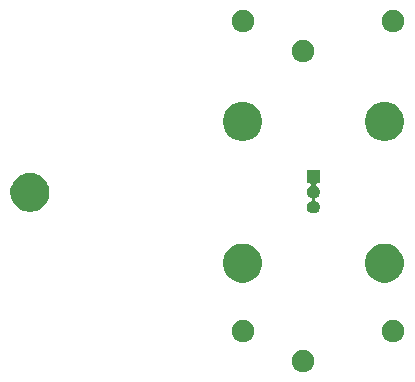
<source format=gbr>
G04 #@! TF.GenerationSoftware,KiCad,Pcbnew,(5.1.0)-1*
G04 #@! TF.CreationDate,2020-03-11T19:31:42+00:00*
G04 #@! TF.ProjectId,Line Generator,4c696e65-2047-4656-9e65-7261746f722e,rev?*
G04 #@! TF.SameCoordinates,Original*
G04 #@! TF.FileFunction,Soldermask,Bot*
G04 #@! TF.FilePolarity,Negative*
%FSLAX46Y46*%
G04 Gerber Fmt 4.6, Leading zero omitted, Abs format (unit mm)*
G04 Created by KiCad (PCBNEW (5.1.0)-1) date 2020-03-11 19:31:42*
%MOMM*%
%LPD*%
G04 APERTURE LIST*
%ADD10C,0.100000*%
G04 APERTURE END LIST*
D10*
G36*
X229407395Y-98375546D02*
G01*
X229580466Y-98447234D01*
X229580467Y-98447235D01*
X229736227Y-98551310D01*
X229868690Y-98683773D01*
X229868691Y-98683775D01*
X229972766Y-98839534D01*
X230044454Y-99012605D01*
X230081000Y-99196333D01*
X230081000Y-99383667D01*
X230044454Y-99567395D01*
X229972766Y-99740466D01*
X229972765Y-99740467D01*
X229868690Y-99896227D01*
X229736227Y-100028690D01*
X229657818Y-100081081D01*
X229580466Y-100132766D01*
X229407395Y-100204454D01*
X229223667Y-100241000D01*
X229036333Y-100241000D01*
X228852605Y-100204454D01*
X228679534Y-100132766D01*
X228602182Y-100081081D01*
X228523773Y-100028690D01*
X228391310Y-99896227D01*
X228287235Y-99740467D01*
X228287234Y-99740466D01*
X228215546Y-99567395D01*
X228179000Y-99383667D01*
X228179000Y-99196333D01*
X228215546Y-99012605D01*
X228287234Y-98839534D01*
X228391309Y-98683775D01*
X228391310Y-98683773D01*
X228523773Y-98551310D01*
X228679533Y-98447235D01*
X228679534Y-98447234D01*
X228852605Y-98375546D01*
X229036333Y-98339000D01*
X229223667Y-98339000D01*
X229407395Y-98375546D01*
X229407395Y-98375546D01*
G37*
G36*
X237027395Y-95835546D02*
G01*
X237200466Y-95907234D01*
X237200467Y-95907235D01*
X237356227Y-96011310D01*
X237488690Y-96143773D01*
X237488691Y-96143775D01*
X237592766Y-96299534D01*
X237664454Y-96472605D01*
X237701000Y-96656333D01*
X237701000Y-96843667D01*
X237664454Y-97027395D01*
X237592766Y-97200466D01*
X237592765Y-97200467D01*
X237488690Y-97356227D01*
X237356227Y-97488690D01*
X237277818Y-97541081D01*
X237200466Y-97592766D01*
X237027395Y-97664454D01*
X236843667Y-97701000D01*
X236656333Y-97701000D01*
X236472605Y-97664454D01*
X236299534Y-97592766D01*
X236222182Y-97541081D01*
X236143773Y-97488690D01*
X236011310Y-97356227D01*
X235907235Y-97200467D01*
X235907234Y-97200466D01*
X235835546Y-97027395D01*
X235799000Y-96843667D01*
X235799000Y-96656333D01*
X235835546Y-96472605D01*
X235907234Y-96299534D01*
X236011309Y-96143775D01*
X236011310Y-96143773D01*
X236143773Y-96011310D01*
X236299533Y-95907235D01*
X236299534Y-95907234D01*
X236472605Y-95835546D01*
X236656333Y-95799000D01*
X236843667Y-95799000D01*
X237027395Y-95835546D01*
X237027395Y-95835546D01*
G37*
G36*
X224327395Y-95835546D02*
G01*
X224500466Y-95907234D01*
X224500467Y-95907235D01*
X224656227Y-96011310D01*
X224788690Y-96143773D01*
X224788691Y-96143775D01*
X224892766Y-96299534D01*
X224964454Y-96472605D01*
X225001000Y-96656333D01*
X225001000Y-96843667D01*
X224964454Y-97027395D01*
X224892766Y-97200466D01*
X224892765Y-97200467D01*
X224788690Y-97356227D01*
X224656227Y-97488690D01*
X224577818Y-97541081D01*
X224500466Y-97592766D01*
X224327395Y-97664454D01*
X224143667Y-97701000D01*
X223956333Y-97701000D01*
X223772605Y-97664454D01*
X223599534Y-97592766D01*
X223522182Y-97541081D01*
X223443773Y-97488690D01*
X223311310Y-97356227D01*
X223207235Y-97200467D01*
X223207234Y-97200466D01*
X223135546Y-97027395D01*
X223099000Y-96843667D01*
X223099000Y-96656333D01*
X223135546Y-96472605D01*
X223207234Y-96299534D01*
X223311309Y-96143775D01*
X223311310Y-96143773D01*
X223443773Y-96011310D01*
X223599533Y-95907235D01*
X223599534Y-95907234D01*
X223772605Y-95835546D01*
X223956333Y-95799000D01*
X224143667Y-95799000D01*
X224327395Y-95835546D01*
X224327395Y-95835546D01*
G37*
G36*
X236375256Y-89391298D02*
G01*
X236481579Y-89412447D01*
X236782042Y-89536903D01*
X237052451Y-89717585D01*
X237282415Y-89947549D01*
X237463097Y-90217958D01*
X237587553Y-90518421D01*
X237651000Y-90837391D01*
X237651000Y-91162609D01*
X237587553Y-91481579D01*
X237463097Y-91782042D01*
X237282415Y-92052451D01*
X237052451Y-92282415D01*
X236782042Y-92463097D01*
X236481579Y-92587553D01*
X236375256Y-92608702D01*
X236162611Y-92651000D01*
X235837389Y-92651000D01*
X235624744Y-92608702D01*
X235518421Y-92587553D01*
X235217958Y-92463097D01*
X234947549Y-92282415D01*
X234717585Y-92052451D01*
X234536903Y-91782042D01*
X234412447Y-91481579D01*
X234349000Y-91162609D01*
X234349000Y-90837391D01*
X234412447Y-90518421D01*
X234536903Y-90217958D01*
X234717585Y-89947549D01*
X234947549Y-89717585D01*
X235217958Y-89536903D01*
X235518421Y-89412447D01*
X235624744Y-89391298D01*
X235837389Y-89349000D01*
X236162611Y-89349000D01*
X236375256Y-89391298D01*
X236375256Y-89391298D01*
G37*
G36*
X224375256Y-89391298D02*
G01*
X224481579Y-89412447D01*
X224782042Y-89536903D01*
X225052451Y-89717585D01*
X225282415Y-89947549D01*
X225463097Y-90217958D01*
X225587553Y-90518421D01*
X225651000Y-90837391D01*
X225651000Y-91162609D01*
X225587553Y-91481579D01*
X225463097Y-91782042D01*
X225282415Y-92052451D01*
X225052451Y-92282415D01*
X224782042Y-92463097D01*
X224481579Y-92587553D01*
X224375256Y-92608702D01*
X224162611Y-92651000D01*
X223837389Y-92651000D01*
X223624744Y-92608702D01*
X223518421Y-92587553D01*
X223217958Y-92463097D01*
X222947549Y-92282415D01*
X222717585Y-92052451D01*
X222536903Y-91782042D01*
X222412447Y-91481579D01*
X222349000Y-91162609D01*
X222349000Y-90837391D01*
X222412447Y-90518421D01*
X222536903Y-90217958D01*
X222717585Y-89947549D01*
X222947549Y-89717585D01*
X223217958Y-89536903D01*
X223518421Y-89412447D01*
X223624744Y-89391298D01*
X223837389Y-89349000D01*
X224162611Y-89349000D01*
X224375256Y-89391298D01*
X224375256Y-89391298D01*
G37*
G36*
X230551000Y-84251000D02*
G01*
X230322735Y-84251000D01*
X230298349Y-84253402D01*
X230274900Y-84260515D01*
X230253289Y-84272066D01*
X230234347Y-84287611D01*
X230218802Y-84306553D01*
X230207251Y-84328164D01*
X230200138Y-84351613D01*
X230197736Y-84375999D01*
X230200138Y-84400385D01*
X230207251Y-84423834D01*
X230218802Y-84445445D01*
X230234347Y-84464387D01*
X230253289Y-84479932D01*
X230263802Y-84486233D01*
X230307600Y-84509644D01*
X230307602Y-84509645D01*
X230307601Y-84509645D01*
X230391501Y-84578499D01*
X230460357Y-84662400D01*
X230496995Y-84730945D01*
X230511521Y-84758121D01*
X230543027Y-84861985D01*
X230553666Y-84970000D01*
X230543027Y-85078015D01*
X230511521Y-85181879D01*
X230511519Y-85181882D01*
X230460357Y-85277600D01*
X230391501Y-85361501D01*
X230307600Y-85430357D01*
X230239055Y-85466995D01*
X230211879Y-85481521D01*
X230199131Y-85485388D01*
X230176504Y-85494760D01*
X230156130Y-85508374D01*
X230138803Y-85525701D01*
X230125189Y-85546075D01*
X230115812Y-85568714D01*
X230111031Y-85592747D01*
X230111031Y-85617251D01*
X230115811Y-85641285D01*
X230125188Y-85663924D01*
X230138802Y-85684298D01*
X230156129Y-85701625D01*
X230176503Y-85715239D01*
X230199131Y-85724612D01*
X230211879Y-85728479D01*
X230239055Y-85743005D01*
X230307600Y-85779643D01*
X230391501Y-85848499D01*
X230460357Y-85932400D01*
X230496995Y-86000945D01*
X230511521Y-86028121D01*
X230543027Y-86131985D01*
X230553666Y-86240000D01*
X230543027Y-86348015D01*
X230511521Y-86451879D01*
X230505524Y-86463098D01*
X230460357Y-86547600D01*
X230391501Y-86631501D01*
X230307600Y-86700357D01*
X230239055Y-86736995D01*
X230211879Y-86751521D01*
X230108015Y-86783027D01*
X230027067Y-86791000D01*
X229972933Y-86791000D01*
X229891985Y-86783027D01*
X229788121Y-86751521D01*
X229760945Y-86736995D01*
X229692400Y-86700357D01*
X229608499Y-86631501D01*
X229539643Y-86547600D01*
X229494476Y-86463098D01*
X229488479Y-86451879D01*
X229456973Y-86348015D01*
X229446334Y-86240000D01*
X229456973Y-86131985D01*
X229488479Y-86028121D01*
X229503005Y-86000945D01*
X229539643Y-85932400D01*
X229608499Y-85848499D01*
X229692400Y-85779643D01*
X229760945Y-85743005D01*
X229788121Y-85728479D01*
X229800869Y-85724612D01*
X229823496Y-85715240D01*
X229843870Y-85701626D01*
X229861197Y-85684299D01*
X229874811Y-85663925D01*
X229884188Y-85641286D01*
X229888969Y-85617253D01*
X229888969Y-85592749D01*
X229884189Y-85568715D01*
X229874812Y-85546076D01*
X229861198Y-85525702D01*
X229843871Y-85508375D01*
X229823497Y-85494761D01*
X229800869Y-85485388D01*
X229788121Y-85481521D01*
X229760945Y-85466995D01*
X229692400Y-85430357D01*
X229608499Y-85361501D01*
X229539643Y-85277600D01*
X229488481Y-85181882D01*
X229488479Y-85181879D01*
X229456973Y-85078015D01*
X229446334Y-84970000D01*
X229456973Y-84861985D01*
X229488479Y-84758121D01*
X229503005Y-84730945D01*
X229539643Y-84662400D01*
X229608499Y-84578499D01*
X229692399Y-84509645D01*
X229692398Y-84509645D01*
X229692400Y-84509644D01*
X229736193Y-84486236D01*
X229756563Y-84472625D01*
X229773890Y-84455298D01*
X229787504Y-84434924D01*
X229796881Y-84412285D01*
X229801662Y-84388252D01*
X229801662Y-84363748D01*
X229796882Y-84339714D01*
X229787505Y-84317076D01*
X229773891Y-84296701D01*
X229756564Y-84279374D01*
X229736190Y-84265760D01*
X229713551Y-84256383D01*
X229689518Y-84251602D01*
X229677265Y-84251000D01*
X229449000Y-84251000D01*
X229449000Y-83149000D01*
X230551000Y-83149000D01*
X230551000Y-84251000D01*
X230551000Y-84251000D01*
G37*
G36*
X206375256Y-83391298D02*
G01*
X206481579Y-83412447D01*
X206782042Y-83536903D01*
X207052451Y-83717585D01*
X207282415Y-83947549D01*
X207282416Y-83947551D01*
X207463098Y-84217960D01*
X207479013Y-84256383D01*
X207583918Y-84509645D01*
X207587553Y-84518422D01*
X207651000Y-84837389D01*
X207651000Y-85162611D01*
X207628127Y-85277600D01*
X207587553Y-85481579D01*
X207463097Y-85782042D01*
X207282415Y-86052451D01*
X207052451Y-86282415D01*
X206782042Y-86463097D01*
X206481579Y-86587553D01*
X206375256Y-86608702D01*
X206162611Y-86651000D01*
X205837389Y-86651000D01*
X205624744Y-86608702D01*
X205518421Y-86587553D01*
X205217958Y-86463097D01*
X204947549Y-86282415D01*
X204717585Y-86052451D01*
X204536903Y-85782042D01*
X204412447Y-85481579D01*
X204371873Y-85277600D01*
X204349000Y-85162611D01*
X204349000Y-84837389D01*
X204412447Y-84518422D01*
X204416083Y-84509645D01*
X204520987Y-84256383D01*
X204536902Y-84217960D01*
X204717584Y-83947551D01*
X204717585Y-83947549D01*
X204947549Y-83717585D01*
X205217958Y-83536903D01*
X205518421Y-83412447D01*
X205624744Y-83391298D01*
X205837389Y-83349000D01*
X206162611Y-83349000D01*
X206375256Y-83391298D01*
X206375256Y-83391298D01*
G37*
G36*
X224375256Y-77391298D02*
G01*
X224481579Y-77412447D01*
X224782042Y-77536903D01*
X225052451Y-77717585D01*
X225282415Y-77947549D01*
X225463097Y-78217958D01*
X225587553Y-78518421D01*
X225651000Y-78837391D01*
X225651000Y-79162609D01*
X225587553Y-79481579D01*
X225463097Y-79782042D01*
X225282415Y-80052451D01*
X225052451Y-80282415D01*
X224782042Y-80463097D01*
X224481579Y-80587553D01*
X224375256Y-80608702D01*
X224162611Y-80651000D01*
X223837389Y-80651000D01*
X223624744Y-80608702D01*
X223518421Y-80587553D01*
X223217958Y-80463097D01*
X222947549Y-80282415D01*
X222717585Y-80052451D01*
X222536903Y-79782042D01*
X222412447Y-79481579D01*
X222349000Y-79162609D01*
X222349000Y-78837391D01*
X222412447Y-78518421D01*
X222536903Y-78217958D01*
X222717585Y-77947549D01*
X222947549Y-77717585D01*
X223217958Y-77536903D01*
X223518421Y-77412447D01*
X223624744Y-77391298D01*
X223837389Y-77349000D01*
X224162611Y-77349000D01*
X224375256Y-77391298D01*
X224375256Y-77391298D01*
G37*
G36*
X236375256Y-77391298D02*
G01*
X236481579Y-77412447D01*
X236782042Y-77536903D01*
X237052451Y-77717585D01*
X237282415Y-77947549D01*
X237463097Y-78217958D01*
X237587553Y-78518421D01*
X237651000Y-78837391D01*
X237651000Y-79162609D01*
X237587553Y-79481579D01*
X237463097Y-79782042D01*
X237282415Y-80052451D01*
X237052451Y-80282415D01*
X236782042Y-80463097D01*
X236481579Y-80587553D01*
X236375256Y-80608702D01*
X236162611Y-80651000D01*
X235837389Y-80651000D01*
X235624744Y-80608702D01*
X235518421Y-80587553D01*
X235217958Y-80463097D01*
X234947549Y-80282415D01*
X234717585Y-80052451D01*
X234536903Y-79782042D01*
X234412447Y-79481579D01*
X234349000Y-79162609D01*
X234349000Y-78837391D01*
X234412447Y-78518421D01*
X234536903Y-78217958D01*
X234717585Y-77947549D01*
X234947549Y-77717585D01*
X235217958Y-77536903D01*
X235518421Y-77412447D01*
X235624744Y-77391298D01*
X235837389Y-77349000D01*
X236162611Y-77349000D01*
X236375256Y-77391298D01*
X236375256Y-77391298D01*
G37*
G36*
X229407395Y-72125546D02*
G01*
X229580466Y-72197234D01*
X229580467Y-72197235D01*
X229736227Y-72301310D01*
X229868690Y-72433773D01*
X229868691Y-72433775D01*
X229972766Y-72589534D01*
X230044454Y-72762605D01*
X230081000Y-72946333D01*
X230081000Y-73133667D01*
X230044454Y-73317395D01*
X229972766Y-73490466D01*
X229972765Y-73490467D01*
X229868690Y-73646227D01*
X229736227Y-73778690D01*
X229657818Y-73831081D01*
X229580466Y-73882766D01*
X229407395Y-73954454D01*
X229223667Y-73991000D01*
X229036333Y-73991000D01*
X228852605Y-73954454D01*
X228679534Y-73882766D01*
X228602182Y-73831081D01*
X228523773Y-73778690D01*
X228391310Y-73646227D01*
X228287235Y-73490467D01*
X228287234Y-73490466D01*
X228215546Y-73317395D01*
X228179000Y-73133667D01*
X228179000Y-72946333D01*
X228215546Y-72762605D01*
X228287234Y-72589534D01*
X228391309Y-72433775D01*
X228391310Y-72433773D01*
X228523773Y-72301310D01*
X228679533Y-72197235D01*
X228679534Y-72197234D01*
X228852605Y-72125546D01*
X229036333Y-72089000D01*
X229223667Y-72089000D01*
X229407395Y-72125546D01*
X229407395Y-72125546D01*
G37*
G36*
X237027395Y-69585546D02*
G01*
X237200466Y-69657234D01*
X237200467Y-69657235D01*
X237356227Y-69761310D01*
X237488690Y-69893773D01*
X237488691Y-69893775D01*
X237592766Y-70049534D01*
X237664454Y-70222605D01*
X237701000Y-70406333D01*
X237701000Y-70593667D01*
X237664454Y-70777395D01*
X237592766Y-70950466D01*
X237592765Y-70950467D01*
X237488690Y-71106227D01*
X237356227Y-71238690D01*
X237277818Y-71291081D01*
X237200466Y-71342766D01*
X237027395Y-71414454D01*
X236843667Y-71451000D01*
X236656333Y-71451000D01*
X236472605Y-71414454D01*
X236299534Y-71342766D01*
X236222182Y-71291081D01*
X236143773Y-71238690D01*
X236011310Y-71106227D01*
X235907235Y-70950467D01*
X235907234Y-70950466D01*
X235835546Y-70777395D01*
X235799000Y-70593667D01*
X235799000Y-70406333D01*
X235835546Y-70222605D01*
X235907234Y-70049534D01*
X236011309Y-69893775D01*
X236011310Y-69893773D01*
X236143773Y-69761310D01*
X236299533Y-69657235D01*
X236299534Y-69657234D01*
X236472605Y-69585546D01*
X236656333Y-69549000D01*
X236843667Y-69549000D01*
X237027395Y-69585546D01*
X237027395Y-69585546D01*
G37*
G36*
X224327395Y-69585546D02*
G01*
X224500466Y-69657234D01*
X224500467Y-69657235D01*
X224656227Y-69761310D01*
X224788690Y-69893773D01*
X224788691Y-69893775D01*
X224892766Y-70049534D01*
X224964454Y-70222605D01*
X225001000Y-70406333D01*
X225001000Y-70593667D01*
X224964454Y-70777395D01*
X224892766Y-70950466D01*
X224892765Y-70950467D01*
X224788690Y-71106227D01*
X224656227Y-71238690D01*
X224577818Y-71291081D01*
X224500466Y-71342766D01*
X224327395Y-71414454D01*
X224143667Y-71451000D01*
X223956333Y-71451000D01*
X223772605Y-71414454D01*
X223599534Y-71342766D01*
X223522182Y-71291081D01*
X223443773Y-71238690D01*
X223311310Y-71106227D01*
X223207235Y-70950467D01*
X223207234Y-70950466D01*
X223135546Y-70777395D01*
X223099000Y-70593667D01*
X223099000Y-70406333D01*
X223135546Y-70222605D01*
X223207234Y-70049534D01*
X223311309Y-69893775D01*
X223311310Y-69893773D01*
X223443773Y-69761310D01*
X223599533Y-69657235D01*
X223599534Y-69657234D01*
X223772605Y-69585546D01*
X223956333Y-69549000D01*
X224143667Y-69549000D01*
X224327395Y-69585546D01*
X224327395Y-69585546D01*
G37*
M02*

</source>
